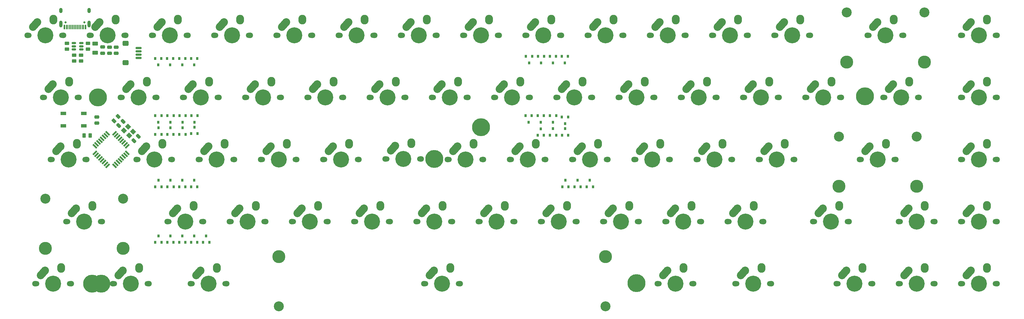
<source format=gbr>
G04 #@! TF.GenerationSoftware,KiCad,Pcbnew,(6.0.4)*
G04 #@! TF.CreationDate,2022-04-01T19:29:57+02:00*
G04 #@! TF.ProjectId,pcb,7063622e-6b69-4636-9164-5f7063625858,rev?*
G04 #@! TF.SameCoordinates,Original*
G04 #@! TF.FileFunction,Soldermask,Bot*
G04 #@! TF.FilePolarity,Negative*
%FSLAX46Y46*%
G04 Gerber Fmt 4.6, Leading zero omitted, Abs format (unit mm)*
G04 Created by KiCad (PCBNEW (6.0.4)) date 2022-04-01 19:29:57*
%MOMM*%
%LPD*%
G01*
G04 APERTURE LIST*
G04 Aperture macros list*
%AMRoundRect*
0 Rectangle with rounded corners*
0 $1 Rounding radius*
0 $2 $3 $4 $5 $6 $7 $8 $9 X,Y pos of 4 corners*
0 Add a 4 corners polygon primitive as box body*
4,1,4,$2,$3,$4,$5,$6,$7,$8,$9,$2,$3,0*
0 Add four circle primitives for the rounded corners*
1,1,$1+$1,$2,$3*
1,1,$1+$1,$4,$5*
1,1,$1+$1,$6,$7*
1,1,$1+$1,$8,$9*
0 Add four rect primitives between the rounded corners*
20,1,$1+$1,$2,$3,$4,$5,0*
20,1,$1+$1,$4,$5,$6,$7,0*
20,1,$1+$1,$6,$7,$8,$9,0*
20,1,$1+$1,$8,$9,$2,$3,0*%
%AMHorizOval*
0 Thick line with rounded ends*
0 $1 width*
0 $2 $3 position (X,Y) of the first rounded end (center of the circle)*
0 $4 $5 position (X,Y) of the second rounded end (center of the circle)*
0 Add line between two ends*
20,1,$1,$2,$3,$4,$5,0*
0 Add two circle primitives to create the rounded ends*
1,1,$1,$2,$3*
1,1,$1,$4,$5*%
%AMRotRect*
0 Rectangle, with rotation*
0 The origin of the aperture is its center*
0 $1 length*
0 $2 width*
0 $3 Rotation angle, in degrees counterclockwise*
0 Add horizontal line*
21,1,$1,$2,0,0,$3*%
G04 Aperture macros list end*
%ADD10C,5.500000*%
%ADD11C,1.800000*%
%ADD12C,1.700000*%
%ADD13C,4.900000*%
%ADD14HorizOval,2.400000X-0.669131X-0.743145X0.669131X0.743145X0*%
%ADD15C,2.400000*%
%ADD16O,2.400000X2.950000*%
%ADD17C,3.048000*%
%ADD18C,3.987800*%
%ADD19RoundRect,0.150000X0.775000X-0.150000X0.775000X0.150000X-0.775000X0.150000X-0.775000X-0.150000X0*%
%ADD20RoundRect,0.332800X0.567200X-0.467200X0.567200X0.467200X-0.567200X0.467200X-0.567200X-0.467200X0*%
%ADD21R,0.800000X0.900000*%
%ADD22RoundRect,0.250000X0.475000X-0.250000X0.475000X0.250000X-0.475000X0.250000X-0.475000X-0.250000X0*%
%ADD23RoundRect,0.250000X-0.450000X0.262500X-0.450000X-0.262500X0.450000X-0.262500X0.450000X0.262500X0*%
%ADD24RoundRect,0.150000X0.512500X0.150000X-0.512500X0.150000X-0.512500X-0.150000X0.512500X-0.150000X0*%
%ADD25R,1.700000X1.000000*%
%ADD26RoundRect,0.250000X0.159099X-0.512652X0.512652X-0.159099X-0.159099X0.512652X-0.512652X0.159099X0*%
%ADD27RotRect,1.400000X1.200000X315.000000*%
%ADD28RoundRect,0.250000X-0.132583X0.503814X-0.503814X0.132583X0.132583X-0.503814X0.503814X-0.132583X0*%
%ADD29RoundRect,0.250000X-0.625000X0.375000X-0.625000X-0.375000X0.625000X-0.375000X0.625000X0.375000X0*%
%ADD30RotRect,1.600000X0.550000X225.000000*%
%ADD31RotRect,1.600000X0.550000X135.000000*%
%ADD32C,0.650000*%
%ADD33R,0.600000X1.450000*%
%ADD34R,0.300000X1.450000*%
%ADD35O,1.000000X1.600000*%
%ADD36O,1.000000X2.100000*%
%ADD37RoundRect,0.250000X0.262500X0.450000X-0.262500X0.450000X-0.262500X-0.450000X0.262500X-0.450000X0*%
%ADD38RoundRect,0.250000X-0.159099X0.512652X-0.512652X0.159099X0.159099X-0.512652X0.512652X-0.159099X0*%
G04 APERTURE END LIST*
D10*
X26625000Y-85725072D03*
X142875000Y-37750000D03*
X260425000Y-28227050D03*
X25600000Y-28575024D03*
X128587608Y-47425040D03*
X190500160Y-85525000D03*
D11*
X80225000Y-9525000D03*
X91225000Y-9525000D03*
D12*
X80645000Y-9525000D03*
D13*
X85725000Y-9525000D03*
D12*
X90805000Y-9525000D03*
D14*
X82594131Y-6231855D03*
D15*
X83225000Y-5525000D03*
D16*
X88225000Y-4725000D03*
D11*
X270725000Y-66675000D03*
D12*
X271145000Y-66675000D03*
D13*
X276225000Y-66675000D03*
D11*
X281725000Y-66675000D03*
D12*
X281305000Y-66675000D03*
D14*
X273094131Y-63381855D03*
D15*
X273725000Y-62675000D03*
D16*
X278725000Y-61875000D03*
D12*
X54451250Y-85725000D03*
D11*
X65031250Y-85725000D03*
D12*
X64611250Y-85725000D03*
D11*
X54031250Y-85725000D03*
D13*
X59531250Y-85725000D03*
D15*
X57031250Y-81725000D03*
D14*
X56400381Y-82431855D03*
D16*
X62031250Y-80925000D03*
D13*
X180975000Y-9525000D03*
D12*
X186055000Y-9525000D03*
X175895000Y-9525000D03*
D11*
X186475000Y-9525000D03*
X175475000Y-9525000D03*
D15*
X178475000Y-5525000D03*
D14*
X177844131Y-6231855D03*
D16*
X183475000Y-4725000D03*
D11*
X146900000Y-28575000D03*
D12*
X157480000Y-28575000D03*
X147320000Y-28575000D03*
D11*
X157900000Y-28575000D03*
D13*
X152400000Y-28575000D03*
D14*
X149269131Y-25281855D03*
D15*
X149900000Y-24575000D03*
D16*
X154900000Y-23775000D03*
D13*
X138112500Y-47625000D03*
D12*
X133032500Y-47625000D03*
X143192500Y-47625000D03*
D11*
X132612500Y-47625000D03*
X143612500Y-47625000D03*
D14*
X134981631Y-44331855D03*
D15*
X135612500Y-43625000D03*
D16*
X140612500Y-42825000D03*
D11*
X196906250Y-85725000D03*
D12*
X207486250Y-85725000D03*
X197326250Y-85725000D03*
D13*
X202406250Y-85725000D03*
D11*
X207906250Y-85725000D03*
D14*
X199275381Y-82431855D03*
D15*
X199906250Y-81725000D03*
D16*
X204906250Y-80925000D03*
D12*
X300355000Y-66675000D03*
D11*
X300775000Y-66675000D03*
X289775000Y-66675000D03*
D13*
X295275000Y-66675000D03*
D12*
X290195000Y-66675000D03*
D15*
X292775000Y-62675000D03*
D14*
X292144131Y-63381855D03*
D16*
X297775000Y-61875000D03*
D12*
X300355000Y-47625000D03*
D11*
X289775000Y-47625000D03*
X300775000Y-47625000D03*
D12*
X290195000Y-47625000D03*
D13*
X295275000Y-47625000D03*
D14*
X292144131Y-44331855D03*
D15*
X292775000Y-43625000D03*
D16*
X297775000Y-42825000D03*
D11*
X115037500Y-66675000D03*
D13*
X109537500Y-66675000D03*
D11*
X104037500Y-66675000D03*
D12*
X114617500Y-66675000D03*
X104457500Y-66675000D03*
D14*
X106406631Y-63381855D03*
D15*
X107037500Y-62675000D03*
D16*
X112037500Y-61875000D03*
D11*
X199287500Y-66675000D03*
D12*
X209867500Y-66675000D03*
X199707500Y-66675000D03*
D11*
X210287500Y-66675000D03*
D13*
X204787500Y-66675000D03*
D14*
X201656631Y-63381855D03*
D15*
X202287500Y-62675000D03*
D16*
X207287500Y-61875000D03*
D12*
X23495000Y-9525000D03*
D13*
X28575000Y-9525000D03*
D11*
X34075000Y-9525000D03*
X23075000Y-9525000D03*
D12*
X33655000Y-9525000D03*
D15*
X26075000Y-5525000D03*
D14*
X25444131Y-6231855D03*
D16*
X31075000Y-4725000D03*
D13*
X226218750Y-85725000D03*
D12*
X231298750Y-85725000D03*
X221138750Y-85725000D03*
D11*
X220718750Y-85725000D03*
X231718750Y-85725000D03*
D15*
X223718750Y-81725000D03*
D14*
X223087881Y-82431855D03*
D16*
X228718750Y-80925000D03*
D12*
X6826250Y-85725000D03*
D13*
X11906250Y-85725000D03*
D11*
X6406250Y-85725000D03*
X17406250Y-85725000D03*
D12*
X16986250Y-85725000D03*
D14*
X8775381Y-82431855D03*
D15*
X9406250Y-81725000D03*
D16*
X14406250Y-80925000D03*
D11*
X189762500Y-47625000D03*
D12*
X190182500Y-47625000D03*
D13*
X195262500Y-47625000D03*
D12*
X200342500Y-47625000D03*
D11*
X200762500Y-47625000D03*
D15*
X192762500Y-43625000D03*
D14*
X192131631Y-44331855D03*
D16*
X197762500Y-42825000D03*
D12*
X95567500Y-66675000D03*
D13*
X90487500Y-66675000D03*
D11*
X84987500Y-66675000D03*
X95987500Y-66675000D03*
D12*
X85407500Y-66675000D03*
D14*
X87356631Y-63381855D03*
D15*
X87987500Y-62675000D03*
D16*
X92987500Y-61875000D03*
D11*
X26931250Y-66675000D03*
D12*
X16351250Y-66675000D03*
D11*
X15931250Y-66675000D03*
D13*
X21431250Y-66675000D03*
D12*
X26511250Y-66675000D03*
D15*
X18931250Y-62675000D03*
D14*
X18300381Y-63381855D03*
D16*
X23931250Y-61875000D03*
D11*
X170712500Y-47625000D03*
D13*
X176212500Y-47625000D03*
D12*
X181292500Y-47625000D03*
X171132500Y-47625000D03*
D11*
X181712500Y-47625000D03*
D14*
X173081631Y-44331855D03*
D15*
X173712500Y-43625000D03*
D16*
X178712500Y-42825000D03*
D11*
X118325000Y-9525000D03*
D12*
X128905000Y-9525000D03*
X118745000Y-9525000D03*
D11*
X129325000Y-9525000D03*
D13*
X123825000Y-9525000D03*
D15*
X121325000Y-5525000D03*
D14*
X120694131Y-6231855D03*
D16*
X126325000Y-4725000D03*
D11*
X41218750Y-85725000D03*
D12*
X30638750Y-85725000D03*
D13*
X35718750Y-85725000D03*
D11*
X30218750Y-85725000D03*
D12*
X40798750Y-85725000D03*
D14*
X32587881Y-82431855D03*
D15*
X33218750Y-81725000D03*
D16*
X38218750Y-80925000D03*
D11*
X227862500Y-47625000D03*
X238862500Y-47625000D03*
D13*
X233362500Y-47625000D03*
D12*
X228282500Y-47625000D03*
X238442500Y-47625000D03*
D15*
X230862500Y-43625000D03*
D14*
X230231631Y-44331855D03*
D16*
X235862500Y-42825000D03*
D13*
X219075000Y-9525000D03*
D12*
X224155000Y-9525000D03*
D11*
X224575000Y-9525000D03*
D12*
X213995000Y-9525000D03*
D11*
X213575000Y-9525000D03*
D14*
X215944131Y-6231855D03*
D15*
X216575000Y-5525000D03*
D16*
X221575000Y-4725000D03*
D12*
X171767500Y-66675000D03*
D13*
X166687500Y-66675000D03*
D12*
X161607500Y-66675000D03*
D11*
X172187500Y-66675000D03*
X161187500Y-66675000D03*
D15*
X164187500Y-62675000D03*
D14*
X163556631Y-63381855D03*
D16*
X169187500Y-61875000D03*
D12*
X133667500Y-66675000D03*
X123507500Y-66675000D03*
D13*
X128587500Y-66675000D03*
D11*
X123087500Y-66675000D03*
X134087500Y-66675000D03*
D15*
X126087500Y-62675000D03*
D14*
X125456631Y-63381855D03*
D16*
X131087500Y-61875000D03*
D12*
X166370000Y-28575000D03*
D13*
X171450000Y-28575000D03*
D12*
X176530000Y-28575000D03*
D11*
X176950000Y-28575000D03*
X165950000Y-28575000D03*
D14*
X168319131Y-25281855D03*
D15*
X168950000Y-24575000D03*
D16*
X173950000Y-23775000D03*
D11*
X156425000Y-9525000D03*
D12*
X156845000Y-9525000D03*
X167005000Y-9525000D03*
D13*
X161925000Y-9525000D03*
D11*
X167425000Y-9525000D03*
D14*
X158794131Y-6231855D03*
D15*
X159425000Y-5525000D03*
D16*
X164425000Y-4725000D03*
D13*
X114300000Y-28575000D03*
D12*
X119380000Y-28575000D03*
X109220000Y-28575000D03*
D11*
X108800000Y-28575000D03*
X119800000Y-28575000D03*
D15*
X111800000Y-24575000D03*
D14*
X111169131Y-25281855D03*
D16*
X116800000Y-23775000D03*
D13*
X16668750Y-47625000D03*
D12*
X11588750Y-47625000D03*
D11*
X11168750Y-47625000D03*
X22168750Y-47625000D03*
D12*
X21748750Y-47625000D03*
D14*
X13537881Y-44331855D03*
D15*
X14168750Y-43625000D03*
D16*
X19168750Y-42825000D03*
D11*
X251675000Y-85725000D03*
D12*
X252095000Y-85725000D03*
X262255000Y-85725000D03*
D13*
X257175000Y-85725000D03*
D11*
X262675000Y-85725000D03*
D15*
X254675000Y-81725000D03*
D14*
X254044131Y-82431855D03*
D16*
X259675000Y-80925000D03*
D11*
X300775000Y-85725000D03*
D12*
X290195000Y-85725000D03*
D11*
X289775000Y-85725000D03*
D12*
X300355000Y-85725000D03*
D13*
X295275000Y-85725000D03*
D15*
X292775000Y-81725000D03*
D14*
X292144131Y-82431855D03*
D16*
X297775000Y-80925000D03*
D12*
X52705000Y-9525000D03*
D11*
X53125000Y-9525000D03*
D13*
X47625000Y-9525000D03*
D12*
X42545000Y-9525000D03*
D11*
X42125000Y-9525000D03*
D15*
X45125000Y-5525000D03*
D14*
X44494131Y-6231855D03*
D16*
X50125000Y-4725000D03*
D13*
X38100000Y-28575000D03*
D11*
X32600000Y-28575000D03*
D12*
X43180000Y-28575000D03*
X33020000Y-28575000D03*
D11*
X43600000Y-28575000D03*
D15*
X35600000Y-24575000D03*
D14*
X34969131Y-25281855D03*
D16*
X40600000Y-23775000D03*
D11*
X223100000Y-28575000D03*
X234100000Y-28575000D03*
D12*
X223520000Y-28575000D03*
X233680000Y-28575000D03*
D13*
X228600000Y-28575000D03*
D15*
X226100000Y-24575000D03*
D14*
X225469131Y-25281855D03*
D16*
X231100000Y-23775000D03*
D17*
X9525000Y-59690000D03*
D18*
X33337500Y-74930000D03*
X9525000Y-74930000D03*
D17*
X33337500Y-59690000D03*
D18*
X180975000Y-77470000D03*
D17*
X180975000Y-92710000D03*
X80962500Y-92710000D03*
D18*
X80962500Y-77470000D03*
D12*
X94932500Y-47625000D03*
X105092500Y-47625000D03*
D11*
X94512500Y-47625000D03*
D13*
X100012500Y-47625000D03*
D11*
X105512500Y-47625000D03*
D15*
X97512500Y-43625000D03*
D14*
X96881631Y-44331855D03*
D16*
X102512500Y-42825000D03*
D12*
X300355000Y-28575000D03*
D13*
X295275000Y-28575000D03*
D12*
X290195000Y-28575000D03*
D11*
X300775000Y-28575000D03*
X289775000Y-28575000D03*
D15*
X292775000Y-24575000D03*
D14*
X292144131Y-25281855D03*
D16*
X297775000Y-23775000D03*
D13*
X9525000Y-9525000D03*
D11*
X4025000Y-9525000D03*
D12*
X4445000Y-9525000D03*
D11*
X15025000Y-9525000D03*
D12*
X14605000Y-9525000D03*
D14*
X6394131Y-6231855D03*
D15*
X7025000Y-5525000D03*
D16*
X12025000Y-4725000D03*
D12*
X185420000Y-28575000D03*
D13*
X190500000Y-28575000D03*
D11*
X185000000Y-28575000D03*
D12*
X195580000Y-28575000D03*
D11*
X196000000Y-28575000D03*
D15*
X188000000Y-24575000D03*
D14*
X187369131Y-25281855D03*
D16*
X193000000Y-23775000D03*
D11*
X194525000Y-9525000D03*
D13*
X200025000Y-9525000D03*
D12*
X194945000Y-9525000D03*
X205105000Y-9525000D03*
D11*
X205525000Y-9525000D03*
D15*
X197525000Y-5525000D03*
D14*
X196894131Y-6231855D03*
D16*
X202525000Y-4725000D03*
D11*
X8787500Y-28575000D03*
X19787500Y-28575000D03*
D13*
X14287500Y-28575000D03*
D12*
X9207500Y-28575000D03*
X19367500Y-28575000D03*
D14*
X11156631Y-25281855D03*
D15*
X11787500Y-24575000D03*
D16*
X16787500Y-23775000D03*
D18*
X252412500Y-55880000D03*
X276225000Y-55880000D03*
D17*
X252412500Y-40640000D03*
X276225000Y-40640000D03*
D13*
X95250000Y-28575000D03*
D11*
X100750000Y-28575000D03*
D12*
X100330000Y-28575000D03*
D11*
X89750000Y-28575000D03*
D12*
X90170000Y-28575000D03*
D14*
X92119131Y-25281855D03*
D15*
X92750000Y-24575000D03*
D16*
X97750000Y-23775000D03*
D12*
X125888750Y-85725000D03*
D11*
X136468750Y-85725000D03*
D13*
X130968750Y-85725000D03*
D12*
X136048750Y-85725000D03*
D11*
X125468750Y-85725000D03*
D15*
X128468750Y-81725000D03*
D14*
X127837881Y-82431855D03*
D16*
X133468750Y-80925000D03*
D11*
X72175000Y-9525000D03*
X61175000Y-9525000D03*
D13*
X66675000Y-9525000D03*
D12*
X71755000Y-9525000D03*
X61595000Y-9525000D03*
D14*
X63544131Y-6231855D03*
D15*
X64175000Y-5525000D03*
D16*
X69175000Y-4725000D03*
D12*
X252730000Y-28575000D03*
X242570000Y-28575000D03*
D11*
X253150000Y-28575000D03*
X242150000Y-28575000D03*
D13*
X247650000Y-28575000D03*
D14*
X244519131Y-25281855D03*
D15*
X245150000Y-24575000D03*
D16*
X250150000Y-23775000D03*
D12*
X209232500Y-47625000D03*
X219392500Y-47625000D03*
D11*
X219812500Y-47625000D03*
D13*
X214312500Y-47625000D03*
D11*
X208812500Y-47625000D03*
D15*
X211812500Y-43625000D03*
D14*
X211181631Y-44331855D03*
D16*
X216812500Y-42825000D03*
D11*
X127850000Y-28575000D03*
D13*
X133350000Y-28575000D03*
D12*
X128270000Y-28575000D03*
X138430000Y-28575000D03*
D11*
X138850000Y-28575000D03*
D15*
X130850000Y-24575000D03*
D14*
X130219131Y-25281855D03*
D16*
X135850000Y-23775000D03*
D11*
X162662500Y-47625000D03*
D13*
X157162500Y-47625000D03*
D12*
X162242500Y-47625000D03*
X152082500Y-47625000D03*
D11*
X151662500Y-47625000D03*
D15*
X154662500Y-43625000D03*
D14*
X154031631Y-44331855D03*
D16*
X159662500Y-42825000D03*
D11*
X70700000Y-28575000D03*
D12*
X81280000Y-28575000D03*
D11*
X81700000Y-28575000D03*
D12*
X71120000Y-28575000D03*
D13*
X76200000Y-28575000D03*
D14*
X73069131Y-25281855D03*
D15*
X73700000Y-24575000D03*
D16*
X78700000Y-23775000D03*
D11*
X137375000Y-9525000D03*
D13*
X142875000Y-9525000D03*
D12*
X147955000Y-9525000D03*
X137795000Y-9525000D03*
D11*
X148375000Y-9525000D03*
D14*
X139744131Y-6231855D03*
D15*
X140375000Y-5525000D03*
D16*
X145375000Y-4725000D03*
D11*
X65937500Y-66675000D03*
X76937500Y-66675000D03*
D12*
X66357500Y-66675000D03*
D13*
X71437500Y-66675000D03*
D12*
X76517500Y-66675000D03*
D15*
X68937500Y-62675000D03*
D14*
X68306631Y-63381855D03*
D16*
X73937500Y-61875000D03*
D13*
X119062500Y-47425040D03*
D12*
X124142500Y-47425040D03*
D11*
X124562500Y-47425040D03*
X113562500Y-47425040D03*
D12*
X113982500Y-47425040D03*
D14*
X115931631Y-44131895D03*
D15*
X116562500Y-43425040D03*
D16*
X121562500Y-42625040D03*
D11*
X142137500Y-66675000D03*
D13*
X147637500Y-66675000D03*
D11*
X153137500Y-66675000D03*
D12*
X142557500Y-66675000D03*
X152717500Y-66675000D03*
D14*
X144506631Y-63381855D03*
D15*
X145137500Y-62675000D03*
D16*
X150137500Y-61875000D03*
D11*
X67412500Y-47625000D03*
D13*
X61912500Y-47625000D03*
D12*
X66992500Y-47625000D03*
D11*
X56412500Y-47625000D03*
D12*
X56832500Y-47625000D03*
D15*
X59412500Y-43625000D03*
D14*
X58781631Y-44331855D03*
D16*
X64412500Y-42825000D03*
D11*
X272200000Y-9525000D03*
X261200000Y-9525000D03*
D12*
X271780000Y-9525000D03*
D13*
X266700000Y-9525000D03*
D12*
X261620000Y-9525000D03*
D15*
X264200000Y-5525000D03*
D14*
X263569131Y-6231855D03*
D16*
X269200000Y-4725000D03*
D12*
X233045000Y-9525000D03*
X243205000Y-9525000D03*
D11*
X243625000Y-9525000D03*
X232625000Y-9525000D03*
D13*
X238125000Y-9525000D03*
D15*
X235625000Y-5525000D03*
D14*
X234994131Y-6231855D03*
D16*
X240625000Y-4725000D03*
D11*
X62650000Y-28575000D03*
D13*
X57150000Y-28575000D03*
D12*
X52070000Y-28575000D03*
X62230000Y-28575000D03*
D11*
X51650000Y-28575000D03*
D15*
X54650000Y-24575000D03*
D14*
X54019131Y-25281855D03*
D16*
X59650000Y-23775000D03*
D13*
X223837500Y-66675000D03*
D12*
X218757500Y-66675000D03*
D11*
X229337500Y-66675000D03*
X218337500Y-66675000D03*
D12*
X228917500Y-66675000D03*
D14*
X220706631Y-63381855D03*
D15*
X221337500Y-62675000D03*
D16*
X226337500Y-61875000D03*
D11*
X255531250Y-66675000D03*
D12*
X244951250Y-66675000D03*
X255111250Y-66675000D03*
D13*
X250031250Y-66675000D03*
D11*
X244531250Y-66675000D03*
D15*
X247531250Y-62675000D03*
D14*
X246900381Y-63381855D03*
D16*
X252531250Y-61875000D03*
D18*
X254793750Y-17780000D03*
D17*
X278606250Y-2540000D03*
X254793750Y-2540000D03*
D18*
X278606250Y-17780000D03*
D12*
X266382500Y-28575000D03*
D13*
X271462500Y-28575000D03*
D12*
X276542500Y-28575000D03*
D11*
X265962500Y-28575000D03*
X276962500Y-28575000D03*
D14*
X268331631Y-25281855D03*
D15*
X268962500Y-24575000D03*
D16*
X273962500Y-23775000D03*
D12*
X99695000Y-9525000D03*
D11*
X110275000Y-9525000D03*
X99275000Y-9525000D03*
D13*
X104775000Y-9525000D03*
D12*
X109855000Y-9525000D03*
D14*
X101644131Y-6231855D03*
D15*
X102275000Y-5525000D03*
D16*
X107275000Y-4725000D03*
D12*
X57467500Y-66675000D03*
D11*
X46887500Y-66675000D03*
D13*
X52387500Y-66675000D03*
D11*
X57887500Y-66675000D03*
D12*
X47307500Y-66675000D03*
D14*
X49256631Y-63381855D03*
D15*
X49887500Y-62675000D03*
D16*
X54887500Y-61875000D03*
D10*
X23812500Y-85725072D03*
D12*
X214630000Y-28575000D03*
D13*
X209550000Y-28575000D03*
D11*
X204050000Y-28575000D03*
X215050000Y-28575000D03*
D12*
X204470000Y-28575000D03*
D14*
X206419131Y-25281855D03*
D15*
X207050000Y-24575000D03*
D16*
X212050000Y-23775000D03*
D11*
X37362500Y-47625000D03*
D13*
X42862500Y-47625000D03*
D11*
X48362500Y-47625000D03*
D12*
X47942500Y-47625000D03*
X37782500Y-47625000D03*
D15*
X40362500Y-43625000D03*
D14*
X39731631Y-44331855D03*
D16*
X45362500Y-42825000D03*
D11*
X269818750Y-47625000D03*
D12*
X259238750Y-47625000D03*
D13*
X264318750Y-47625000D03*
D12*
X269398750Y-47625000D03*
D11*
X258818750Y-47625000D03*
D14*
X261187881Y-44331855D03*
D15*
X261818750Y-43625000D03*
D16*
X266818750Y-42825000D03*
D13*
X295275000Y-9525000D03*
D11*
X289775000Y-9525000D03*
X300775000Y-9525000D03*
D12*
X290195000Y-9525000D03*
X300355000Y-9525000D03*
D14*
X292144131Y-6231855D03*
D15*
X292775000Y-5525000D03*
D16*
X297775000Y-4725000D03*
D11*
X191237500Y-66675000D03*
D13*
X185737500Y-66675000D03*
D12*
X180657500Y-66675000D03*
X190817500Y-66675000D03*
D11*
X180237500Y-66675000D03*
D14*
X182606631Y-63381855D03*
D15*
X183237500Y-62675000D03*
D16*
X188237500Y-61875000D03*
D11*
X86462500Y-47625000D03*
X75462500Y-47625000D03*
D13*
X80962500Y-47625000D03*
D12*
X75882500Y-47625000D03*
X86042500Y-47625000D03*
D14*
X77831631Y-44331855D03*
D15*
X78462500Y-43625000D03*
D16*
X83462500Y-42825000D03*
D13*
X276225000Y-85725000D03*
D12*
X281305000Y-85725000D03*
D11*
X270725000Y-85725000D03*
X281725000Y-85725000D03*
D12*
X271145000Y-85725000D03*
D15*
X273725000Y-81725000D03*
D14*
X273094131Y-82431855D03*
D16*
X278725000Y-80925000D03*
D19*
X38100000Y-16450000D03*
X38100000Y-15450000D03*
X38100000Y-14450000D03*
X38100000Y-13450000D03*
D20*
X34075000Y-17950000D03*
X34075000Y-11950000D03*
D21*
X54150000Y-16600000D03*
X56050000Y-16600000D03*
X55100000Y-18600000D03*
X165900000Y-40150000D03*
X164000000Y-40150000D03*
X164950000Y-38150000D03*
D22*
X27050000Y-15025000D03*
X27050000Y-13125000D03*
D21*
X48750000Y-39900000D03*
X46850000Y-39900000D03*
X47800000Y-37900000D03*
X52400000Y-56000000D03*
X50500000Y-56000000D03*
X51450000Y-54000000D03*
X52450000Y-39900000D03*
X50550000Y-39900000D03*
X51500000Y-37900000D03*
X43150000Y-16600000D03*
X45050000Y-16600000D03*
X44100000Y-18600000D03*
D23*
X20500000Y-15612500D03*
X20500000Y-17437500D03*
D22*
X29150000Y-15050000D03*
X29150000Y-13150000D03*
D24*
X20512500Y-11925000D03*
X20512500Y-12875000D03*
X20512500Y-13825000D03*
X18237500Y-13825000D03*
X18237500Y-12875000D03*
X18237500Y-11925000D03*
D21*
X45100000Y-39900000D03*
X43200000Y-39900000D03*
X44150000Y-37900000D03*
X164000000Y-34200000D03*
X165900000Y-34200000D03*
X164950000Y-36200000D03*
X59725000Y-73050000D03*
X57825000Y-73050000D03*
X58775000Y-71050000D03*
X163950000Y-16000000D03*
X165850000Y-16000000D03*
X164900000Y-18000000D03*
D22*
X25300000Y-36450000D03*
X25300000Y-34550000D03*
D21*
X167600000Y-16000000D03*
X169500000Y-16000000D03*
X168550000Y-18000000D03*
X50575000Y-34200000D03*
X52475000Y-34200000D03*
X51525000Y-36200000D03*
X46900000Y-34200000D03*
X48800000Y-34200000D03*
X47850000Y-36200000D03*
X169650000Y-56000000D03*
X167750000Y-56000000D03*
X168700000Y-54000000D03*
D25*
X15050000Y-33500000D03*
X21350000Y-33500000D03*
X21350000Y-37300000D03*
X15050000Y-37300000D03*
D21*
X45100000Y-73050000D03*
X43200000Y-73050000D03*
X44150000Y-71050000D03*
D23*
X18350000Y-15612500D03*
X18350000Y-17437500D03*
D21*
X50500000Y-16600000D03*
X52400000Y-16600000D03*
X51450000Y-18600000D03*
D26*
X31978249Y-37246751D03*
X33321751Y-35903249D03*
D27*
X34823223Y-37546142D03*
X36378858Y-39101777D03*
X35176777Y-40303858D03*
X33621142Y-38748223D03*
D28*
X31845235Y-34454765D03*
X30554765Y-35745235D03*
D21*
X56050000Y-56000000D03*
X54150000Y-56000000D03*
X55100000Y-54000000D03*
X52400000Y-73050000D03*
X50500000Y-73050000D03*
X51450000Y-71050000D03*
X160250000Y-34200000D03*
X162150000Y-34200000D03*
X161200000Y-36200000D03*
X162150000Y-40200000D03*
X160250000Y-40200000D03*
X161200000Y-38200000D03*
D29*
X24800000Y-12075000D03*
X24800000Y-14875000D03*
D21*
X156650000Y-16000000D03*
X158550000Y-16000000D03*
X157600000Y-18000000D03*
D23*
X22625000Y-11962500D03*
X22625000Y-13787500D03*
D30*
X30685305Y-39584897D03*
X31250990Y-40150583D03*
X31816676Y-40716268D03*
X32382361Y-41281953D03*
X32948047Y-41847639D03*
X33513732Y-42413324D03*
X34079417Y-42979010D03*
X34645103Y-43544695D03*
D31*
X34645103Y-45595305D03*
X34079417Y-46160990D03*
X33513732Y-46726676D03*
X32948047Y-47292361D03*
X32382361Y-47858047D03*
X31816676Y-48423732D03*
X31250990Y-48989417D03*
X30685305Y-49555103D03*
D30*
X28634695Y-49555103D03*
X28069010Y-48989417D03*
X27503324Y-48423732D03*
X26937639Y-47858047D03*
X26371953Y-47292361D03*
X25806268Y-46726676D03*
X25240583Y-46160990D03*
X24674897Y-45595305D03*
D31*
X24674897Y-43544695D03*
X25240583Y-42979010D03*
X25806268Y-42413324D03*
X26371953Y-41847639D03*
X26937639Y-41281953D03*
X27503324Y-40716268D03*
X28069010Y-40150583D03*
X28634695Y-39584897D03*
D21*
X56050000Y-73050000D03*
X54150000Y-73050000D03*
X55100000Y-71050000D03*
X167650000Y-34600000D03*
X169550000Y-34600000D03*
X168600000Y-36600000D03*
X48750000Y-73050000D03*
X46850000Y-73050000D03*
X47800000Y-71050000D03*
X56100000Y-39700000D03*
X54200000Y-39700000D03*
X55150000Y-37700000D03*
X54250000Y-34200000D03*
X56150000Y-34200000D03*
X55200000Y-36200000D03*
D22*
X31200000Y-15050000D03*
X31200000Y-13150000D03*
D32*
X15710000Y-5550000D03*
X21490000Y-5550000D03*
D33*
X15350000Y-6995000D03*
X16150000Y-6995000D03*
D34*
X17350000Y-6995000D03*
X18350000Y-6995000D03*
X18850000Y-6995000D03*
X19850000Y-6995000D03*
D33*
X21050000Y-6995000D03*
X21850000Y-6995000D03*
X21850000Y-6995000D03*
X21050000Y-6995000D03*
D34*
X20350000Y-6995000D03*
X19350000Y-6995000D03*
X17850000Y-6995000D03*
X16850000Y-6995000D03*
D33*
X16150000Y-6995000D03*
X15350000Y-6995000D03*
D35*
X14280000Y-1900000D03*
D36*
X14280000Y-6080000D03*
X22920000Y-6080000D03*
D35*
X22920000Y-1900000D03*
D37*
X23262500Y-40250000D03*
X21437500Y-40250000D03*
D21*
X156500000Y-34200000D03*
X158400000Y-34200000D03*
X157450000Y-36200000D03*
X48800000Y-56000000D03*
X46900000Y-56000000D03*
X47850000Y-54000000D03*
X173400000Y-56000000D03*
X171500000Y-56000000D03*
X172450000Y-54000000D03*
D23*
X16150000Y-11962500D03*
X16150000Y-13787500D03*
D21*
X45100000Y-56000000D03*
X43200000Y-56000000D03*
X44150000Y-54000000D03*
D38*
X37971751Y-40528249D03*
X36628249Y-41871751D03*
D21*
X177150000Y-56000000D03*
X175250000Y-56000000D03*
X176200000Y-54000000D03*
X46800000Y-16600000D03*
X48700000Y-16600000D03*
X47750000Y-18600000D03*
X169600000Y-40150000D03*
X167700000Y-40150000D03*
X168650000Y-38150000D03*
X160300000Y-16000000D03*
X162200000Y-16000000D03*
X161250000Y-18000000D03*
X43175000Y-34200000D03*
X45075000Y-34200000D03*
X44125000Y-36200000D03*
M02*

</source>
